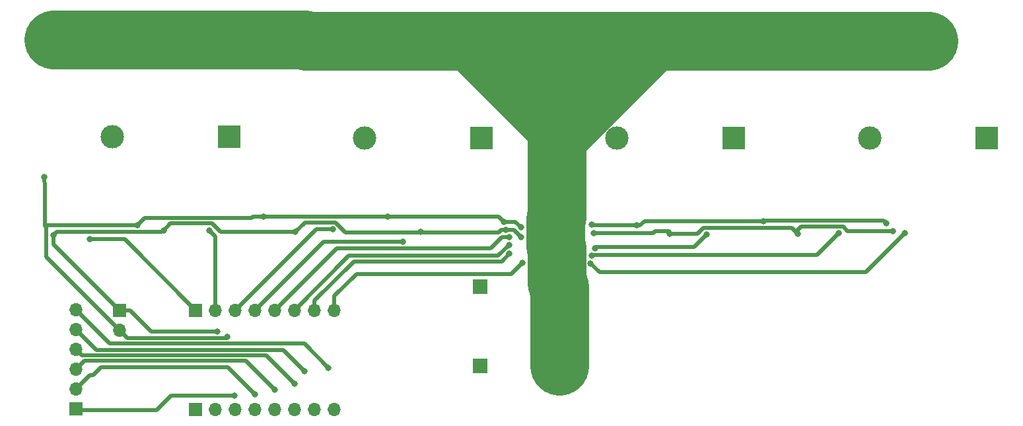
<source format=gbr>
%TF.GenerationSoftware,KiCad,Pcbnew,8.0.3*%
%TF.CreationDate,2025-02-02T18:29:45-08:00*%
%TF.ProjectId,Power_Distribution,506f7765-725f-4446-9973-747269627574,rev?*%
%TF.SameCoordinates,Original*%
%TF.FileFunction,Copper,L2,Bot*%
%TF.FilePolarity,Positive*%
%FSLAX46Y46*%
G04 Gerber Fmt 4.6, Leading zero omitted, Abs format (unit mm)*
G04 Created by KiCad (PCBNEW 8.0.3) date 2025-02-02 18:29:45*
%MOMM*%
%LPD*%
G01*
G04 APERTURE LIST*
%TA.AperFunction,ComponentPad*%
%ADD10R,1.950000X1.950000*%
%TD*%
%TA.AperFunction,ComponentPad*%
%ADD11C,1.950000*%
%TD*%
%TA.AperFunction,ComponentPad*%
%ADD12R,3.000000X3.000000*%
%TD*%
%TA.AperFunction,ComponentPad*%
%ADD13C,3.000000*%
%TD*%
%TA.AperFunction,ComponentPad*%
%ADD14R,1.700000X1.700000*%
%TD*%
%TA.AperFunction,ComponentPad*%
%ADD15O,1.700000X1.700000*%
%TD*%
%TA.AperFunction,ViaPad*%
%ADD16C,0.800000*%
%TD*%
%TA.AperFunction,Conductor*%
%ADD17C,0.508000*%
%TD*%
%TA.AperFunction,Conductor*%
%ADD18C,7.500000*%
%TD*%
G04 APERTURE END LIST*
D10*
%TO.P,J4,1_1,1*%
%TO.N,+BATT*%
X141427200Y-94488000D03*
%TO.P,J4,1_2,1*%
X141427200Y-104648000D03*
D11*
%TO.P,J4,2_1,2*%
%TO.N,-BATT*%
X151587200Y-94488000D03*
%TO.P,J4,2_2,2*%
X151587200Y-104648000D03*
%TD*%
D12*
%TO.P,J6,1,1*%
%TO.N,PWR1*%
X206396000Y-75492000D03*
D13*
%TO.P,J6,2,2*%
%TO.N,-BATT*%
X198896000Y-62992000D03*
%TO.P,J6,3,3*%
%TO.N,PWR2*%
X191396000Y-75492000D03*
%TO.P,J6,4,4*%
%TO.N,-BATT*%
X183896000Y-62992000D03*
%TD*%
D12*
%TO.P,J2,1,1*%
%TO.N,PWR5*%
X141612000Y-75492000D03*
D13*
%TO.P,J2,2,2*%
%TO.N,-BATT*%
X134112000Y-62992000D03*
%TO.P,J2,3,3*%
%TO.N,PWR6*%
X126612000Y-75492000D03*
%TO.P,J2,4,4*%
%TO.N,-BATT*%
X119112000Y-62992000D03*
%TD*%
D14*
%TO.P,J9,1,Pin_1*%
%TO.N,VIout8*%
X104967800Y-97536000D03*
D15*
%TO.P,J9,2,Pin_2*%
%TO.N,VIout7*%
X107507800Y-97536000D03*
%TO.P,J9,3,Pin_3*%
%TO.N,VIout6*%
X110047800Y-97536000D03*
%TO.P,J9,4,Pin_4*%
%TO.N,VIout5*%
X112587800Y-97536000D03*
%TO.P,J9,5,Pin_5*%
%TO.N,VIout4*%
X115127800Y-97536000D03*
%TO.P,J9,6,Pin_6*%
%TO.N,VIout3*%
X117667800Y-97536000D03*
%TO.P,J9,7,Pin_7*%
%TO.N,VIout2*%
X120207800Y-97536000D03*
%TO.P,J9,8,Pin_8*%
%TO.N,VIout1*%
X122747800Y-97536000D03*
%TD*%
D14*
%TO.P,J8,1,Pin_1*%
%TO.N,5V*%
X95199200Y-97586800D03*
D15*
%TO.P,J8,2,Pin_2*%
%TO.N,GND*%
X95199200Y-100126800D03*
%TD*%
D14*
%TO.P,J5,1,Pin_1*%
%TO.N,SCL*%
X89611200Y-110190200D03*
D15*
%TO.P,J5,2,Pin_2*%
%TO.N,SDA*%
X89611200Y-107650200D03*
%TO.P,J5,3,Pin_3*%
%TO.N,REF*%
X89611200Y-105110200D03*
%TO.P,J5,4,Pin_4*%
%TO.N,COM*%
X89611200Y-102570200D03*
%TO.P,J5,5,Pin_5*%
%TO.N,AD0*%
X89611200Y-100030200D03*
%TO.P,J5,6,Pin_6*%
%TO.N,AD1*%
X89611200Y-97490200D03*
%TD*%
D12*
%TO.P,J1,1,1*%
%TO.N,PWR3*%
X173985600Y-75492000D03*
D13*
%TO.P,J1,2,2*%
%TO.N,-BATT*%
X166485600Y-62992000D03*
%TO.P,J1,3,3*%
%TO.N,PWR4*%
X158985600Y-75492000D03*
%TO.P,J1,4,4*%
%TO.N,-BATT*%
X151485600Y-62992000D03*
%TD*%
D12*
%TO.P,J7,1,1*%
%TO.N,PWR7*%
X109252400Y-75339600D03*
D13*
%TO.P,J7,2,2*%
%TO.N,-BATT*%
X101752400Y-62839600D03*
%TO.P,J7,3,3*%
%TO.N,PWR8*%
X94252400Y-75339600D03*
%TO.P,J7,4,4*%
%TO.N,-BATT*%
X86752400Y-62839600D03*
%TD*%
D14*
%TO.P,J3,1,Pin_1*%
%TO.N,5V*%
X104967800Y-110236000D03*
D15*
%TO.P,J3,2,Pin_2*%
%TO.N,GND*%
X107507800Y-110236000D03*
%TO.P,J3,3,Pin_3*%
%TO.N,SCL*%
X110047800Y-110236000D03*
%TO.P,J3,4,Pin_4*%
%TO.N,SDA*%
X112587800Y-110236000D03*
%TO.P,J3,5,Pin_5*%
%TO.N,REF*%
X115127800Y-110236000D03*
%TO.P,J3,6,Pin_6*%
%TO.N,COM*%
X117667800Y-110236000D03*
%TO.P,J3,7,Pin_7*%
%TO.N,AD0*%
X120207800Y-110236000D03*
%TO.P,J3,8,Pin_8*%
%TO.N,AD1*%
X122747800Y-110236000D03*
%TD*%
D16*
%TO.N,GND*%
X155708468Y-86525218D03*
X177722329Y-86122000D03*
X161493200Y-86668000D03*
X193497200Y-86410800D03*
X144488682Y-86263376D03*
X109002173Y-100973900D03*
X146651985Y-86918120D03*
X85547200Y-80467200D03*
X129540000Y-85572400D03*
X97485200Y-86671200D03*
X113639600Y-85572400D03*
%TO.N,5V*%
X86715600Y-87934800D03*
X182168800Y-87782400D03*
X133807200Y-87528400D03*
X100888800Y-87290000D03*
X144710327Y-87253995D03*
X146659600Y-88138000D03*
X165709600Y-87731600D03*
X107727767Y-100265900D03*
X117754400Y-87493200D03*
X194310000Y-87376000D03*
X156006800Y-87630000D03*
%TO.N,VIout1*%
X155600400Y-91541600D03*
X146862800Y-91490800D03*
X195884800Y-87630000D03*
%TO.N,VIout2*%
X145186400Y-90322400D03*
X187401200Y-87680800D03*
X155778871Y-90552990D03*
%TO.N,VIout3*%
X170434000Y-87833200D03*
X145117136Y-89172464D03*
X156154551Y-89622786D03*
%TO.N,VIout4*%
X145159387Y-88151080D03*
%TO.N,VIout5*%
X131527790Y-88757200D03*
%TO.N,VIout6*%
X122529600Y-87137600D03*
%TO.N,VIout7*%
X106680000Y-87290000D03*
%TO.N,VIout8*%
X91389200Y-88442800D03*
%TO.N,SDA*%
X112522000Y-108305600D03*
%TO.N,AD1*%
X121970800Y-104902000D03*
%TO.N,COM*%
X117652800Y-106984800D03*
%TO.N,SCL*%
X109925368Y-108489600D03*
%TO.N,REF*%
X115062000Y-107746800D03*
%TO.N,AD0*%
X118947477Y-105352800D03*
%TD*%
D17*
%TO.N,SCL*%
X109925368Y-108489600D02*
X101822400Y-108489600D01*
X101822400Y-108489600D02*
X99949200Y-110362800D01*
X99949200Y-110362800D02*
X89783800Y-110362800D01*
%TO.N,SDA*%
X112522000Y-108305600D02*
X109067600Y-104851200D01*
X109067600Y-104851200D02*
X92862400Y-104851200D01*
X92862400Y-104851200D02*
X91846400Y-105867200D01*
X91846400Y-105867200D02*
X91394200Y-105867200D01*
X91394200Y-105867200D02*
X89611200Y-107650200D01*
%TO.N,COM*%
X90371400Y-103330400D02*
X89611200Y-102570200D01*
X117652800Y-106984800D02*
X113998400Y-103330400D01*
%TO.N,REF*%
X90683000Y-104038400D02*
X89611200Y-105110200D01*
%TO.N,COM*%
X113998400Y-103330400D02*
X90371400Y-103330400D01*
%TO.N,REF*%
X115062000Y-107746800D02*
X111353600Y-104038400D01*
X111353600Y-104038400D02*
X90683000Y-104038400D01*
%TO.N,AD0*%
X89611200Y-100030200D02*
X92199500Y-102618500D01*
X118947477Y-105352800D02*
X116213177Y-102618500D01*
X116213177Y-102618500D02*
X92199500Y-102618500D01*
%TO.N,5V*%
X95199200Y-97586800D02*
X96557200Y-97586800D01*
%TO.N,AD1*%
X89611200Y-97490200D02*
X93952100Y-101831100D01*
%TO.N,GND*%
X108852973Y-101123100D02*
X109002173Y-100973900D01*
%TO.N,5V*%
X96557200Y-97586800D02*
X99236300Y-100265900D01*
%TO.N,AD1*%
X121970800Y-104902000D02*
X118899900Y-101831100D01*
%TO.N,GND*%
X95199200Y-100126800D02*
X96195500Y-101123100D01*
%TO.N,5V*%
X99236300Y-100265900D02*
X107727767Y-100265900D01*
%TO.N,GND*%
X96195500Y-101123100D02*
X108852973Y-101123100D01*
%TO.N,AD1*%
X118899900Y-101831100D02*
X93952100Y-101831100D01*
%TO.N,GND*%
X145377404Y-86263376D02*
X145440400Y-86200380D01*
X85547200Y-80467200D02*
X85598000Y-81788000D01*
X95199200Y-100126800D02*
X85775800Y-90703400D01*
X161947200Y-86668000D02*
X162493200Y-86122000D01*
X161493200Y-86668000D02*
X161947200Y-86668000D01*
X112134400Y-85724800D02*
X98431600Y-85724800D01*
X113639600Y-85572400D02*
X112286800Y-85572400D01*
X98431600Y-85724800D02*
X97485200Y-86671200D01*
X144488682Y-86263376D02*
X143797706Y-85572400D01*
X158902400Y-86668000D02*
X158848400Y-86614000D01*
X85775800Y-90703400D02*
X85775800Y-86893400D01*
X144488682Y-86263376D02*
X145377404Y-86263376D01*
X162493200Y-86122000D02*
X177722329Y-86122000D01*
X143797706Y-85572400D02*
X129540000Y-85572400D01*
X112286800Y-85572400D02*
X112134400Y-85724800D01*
X85998000Y-86671200D02*
X97485200Y-86671200D01*
X85598000Y-81788000D02*
X85598000Y-86715600D01*
X193497200Y-86410800D02*
X193151200Y-86064800D01*
X155797250Y-86614000D02*
X155708468Y-86525218D01*
X158848400Y-86614000D02*
X155797250Y-86614000D01*
X85598000Y-86715600D02*
X85775800Y-86893400D01*
X193151200Y-86064800D02*
X177779529Y-86064800D01*
X85775800Y-86893400D02*
X85998000Y-86671200D01*
X145934245Y-86200380D02*
X146651985Y-86918120D01*
X145440400Y-86200380D02*
X145934245Y-86200380D01*
X161493200Y-86668000D02*
X158902400Y-86668000D01*
X177779529Y-86064800D02*
X177722329Y-86122000D01*
X129540000Y-85572400D02*
X113639600Y-85572400D01*
%TO.N,5V*%
X156006800Y-87630000D02*
X163626800Y-87630000D01*
X169301664Y-87731600D02*
X170054064Y-86979200D01*
X145650209Y-87253995D02*
X145775595Y-87253995D01*
X165608000Y-87376000D02*
X163880800Y-87376000D01*
X170054064Y-86979200D02*
X181365600Y-86979200D01*
X165608000Y-87376000D02*
X165757200Y-87525200D01*
X117754400Y-87493200D02*
X117719200Y-87528400D01*
X95199200Y-97586800D02*
X86715600Y-89103200D01*
X122884664Y-86280400D02*
X124155571Y-87551307D01*
X187959464Y-86823600D02*
X188511864Y-87376000D01*
X143813565Y-87551307D02*
X144110877Y-87253995D01*
X181867200Y-87525200D02*
X182016400Y-87376000D01*
X86715600Y-87934800D02*
X87122000Y-87528400D01*
X144110877Y-87253995D02*
X144710327Y-87253995D01*
X145650209Y-87253995D02*
X144710327Y-87253995D01*
X87122000Y-87528400D02*
X100650400Y-87528400D01*
X117719200Y-87528400D02*
X108130664Y-87528400D01*
X117754400Y-87493200D02*
X118967200Y-86280400D01*
X100650400Y-87528400D02*
X100888800Y-87290000D01*
X101746000Y-86432800D02*
X100888800Y-87290000D01*
X108130664Y-87528400D02*
X107035064Y-86432800D01*
X118967200Y-86280400D02*
X122884664Y-86280400D01*
X165709600Y-87731600D02*
X169301664Y-87731600D01*
X182568800Y-86823600D02*
X187959464Y-86823600D01*
X165608000Y-87376000D02*
X165608000Y-87630000D01*
X163626800Y-87630000D02*
X163880800Y-87376000D01*
X107035064Y-86432800D02*
X101746000Y-86432800D01*
X182016400Y-87376000D02*
X182568800Y-86823600D01*
X165608000Y-87630000D02*
X165709600Y-87731600D01*
X182016400Y-87630000D02*
X182168800Y-87782400D01*
X124155571Y-87551307D02*
X143813565Y-87551307D01*
X181365600Y-86979200D02*
X182168800Y-87782400D01*
X188511864Y-87376000D02*
X194310000Y-87376000D01*
X86715600Y-89103200D02*
X86715600Y-87934800D01*
X182016400Y-87376000D02*
X182016400Y-87630000D01*
X145775595Y-87253995D02*
X146659600Y-88138000D01*
%TO.N,VIout1*%
X145428600Y-92925000D02*
X125565800Y-92925000D01*
X195884800Y-87630000D02*
X190855600Y-92659200D01*
X156718000Y-92659200D02*
X190855600Y-92659200D01*
X125565800Y-92925000D02*
X122747800Y-95743000D01*
X146862800Y-91490800D02*
X145428600Y-92925000D01*
X156718000Y-92659200D02*
X155600400Y-91541600D01*
X122747800Y-95743000D02*
X122747800Y-97536000D01*
%TO.N,VIout2*%
X155851875Y-90479986D02*
X155778871Y-90552990D01*
X125254119Y-91287600D02*
X120207800Y-96333919D01*
X144221200Y-91287600D02*
X125254119Y-91287600D01*
X120207800Y-96333919D02*
X120207800Y-97536000D01*
X145186400Y-90322400D02*
X144221200Y-91287600D01*
X187401200Y-87680800D02*
X184602014Y-90479986D01*
X184602014Y-90479986D02*
X155851875Y-90479986D01*
%TO.N,VIout3*%
X117667800Y-97536000D02*
X124624200Y-90579600D01*
X156362937Y-89414400D02*
X156154551Y-89622786D01*
X168852800Y-89414400D02*
X156362937Y-89414400D01*
X170434000Y-87833200D02*
X168852800Y-89414400D01*
X124624200Y-90579600D02*
X143710000Y-90579600D01*
X143710000Y-90579600D02*
X145117136Y-89172464D01*
%TO.N,VIout4*%
X115127800Y-97536000D02*
X123049400Y-89614400D01*
X123049400Y-89614400D02*
X142751736Y-89614400D01*
X142751736Y-89614400D02*
X144215056Y-88151080D01*
X144215056Y-88151080D02*
X145159387Y-88151080D01*
%TO.N,VIout5*%
X121366600Y-88757200D02*
X131527790Y-88757200D01*
X112587800Y-97536000D02*
X121366600Y-88757200D01*
%TO.N,VIout6*%
X110047800Y-97536000D02*
X120446200Y-87137600D01*
X120446200Y-87137600D02*
X122529600Y-87137600D01*
%TO.N,VIout7*%
X107507800Y-88117800D02*
X106680000Y-87290000D01*
X107507800Y-97536000D02*
X107507800Y-88117800D01*
%TO.N,VIout8*%
X91389200Y-88442800D02*
X95874600Y-88442800D01*
X95874600Y-88442800D02*
X104967800Y-97536000D01*
D18*
%TO.N,-BATT*%
X151485600Y-74465600D02*
X151485600Y-75284536D01*
X151216000Y-73421600D02*
X151216000Y-85654845D01*
X151485600Y-73152000D02*
X151216000Y-73421600D01*
X119112000Y-62992000D02*
X140012000Y-62992000D01*
X183896000Y-62992000D02*
X166485600Y-62992000D01*
X151216000Y-94116800D02*
X151587200Y-94488000D01*
X166485600Y-62992000D02*
X151485600Y-62992000D01*
X151587200Y-94488000D02*
X151587200Y-104648000D01*
X134112000Y-62992000D02*
X141325600Y-62992000D01*
X163778136Y-62992000D02*
X183896000Y-62992000D01*
X151485600Y-75284536D02*
X163778136Y-62992000D01*
X118959600Y-62839600D02*
X119112000Y-62992000D01*
X198896000Y-62992000D02*
X183896000Y-62992000D01*
X119112000Y-62992000D02*
X134112000Y-62992000D01*
X134112000Y-62992000D02*
X151485600Y-62992000D01*
X151485600Y-62992000D02*
X151485600Y-73152000D01*
X101752400Y-62839600D02*
X118959600Y-62839600D01*
X151216000Y-89503555D02*
X151216000Y-94116800D01*
X151094800Y-85776045D02*
X151094800Y-89382355D01*
X151216000Y-85654845D02*
X151094800Y-85776045D01*
X166485600Y-62992000D02*
X161645600Y-62992000D01*
X161645600Y-62992000D02*
X151485600Y-73152000D01*
X140012000Y-62992000D02*
X151485600Y-74465600D01*
X141325600Y-62992000D02*
X151485600Y-73152000D01*
X86752400Y-62839600D02*
X101752400Y-62839600D01*
X151094800Y-89382355D02*
X151216000Y-89503555D01*
%TD*%
M02*

</source>
